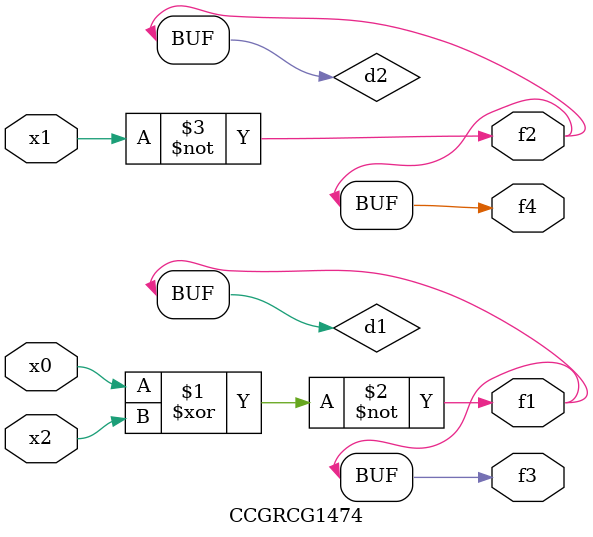
<source format=v>
module CCGRCG1474(
	input x0, x1, x2,
	output f1, f2, f3, f4
);

	wire d1, d2, d3;

	xnor (d1, x0, x2);
	nand (d2, x1);
	nor (d3, x1, x2);
	assign f1 = d1;
	assign f2 = d2;
	assign f3 = d1;
	assign f4 = d2;
endmodule

</source>
